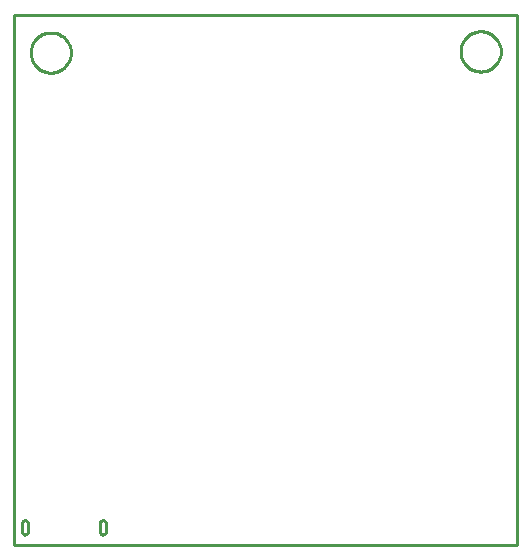
<source format=gbr>
G04 EAGLE Gerber RS-274X export*
G75*
%MOMM*%
%FSLAX34Y34*%
%LPD*%
%IN*%
%IPPOS*%
%AMOC8*
5,1,8,0,0,1.08239X$1,22.5*%
G01*
%ADD10C,0.254000*%


D10*
X0Y0D02*
X425800Y0D01*
X425800Y448800D01*
X0Y448800D01*
X0Y0D01*
X72500Y11500D02*
X72510Y11282D01*
X72538Y11066D01*
X72585Y10853D01*
X72651Y10645D01*
X72734Y10443D01*
X72835Y10250D01*
X72952Y10066D01*
X73085Y9893D01*
X73232Y9732D01*
X73393Y9585D01*
X73566Y9452D01*
X73750Y9335D01*
X73943Y9234D01*
X74145Y9151D01*
X74353Y9085D01*
X74566Y9038D01*
X74782Y9010D01*
X75000Y9000D01*
X75218Y9010D01*
X75434Y9038D01*
X75647Y9085D01*
X75855Y9151D01*
X76057Y9234D01*
X76250Y9335D01*
X76434Y9452D01*
X76607Y9585D01*
X76768Y9732D01*
X76915Y9893D01*
X77048Y10066D01*
X77165Y10250D01*
X77266Y10443D01*
X77349Y10645D01*
X77415Y10853D01*
X77462Y11066D01*
X77491Y11282D01*
X77500Y11500D01*
X77500Y18500D01*
X77491Y18718D01*
X77462Y18934D01*
X77415Y19147D01*
X77349Y19355D01*
X77266Y19557D01*
X77165Y19750D01*
X77048Y19934D01*
X76915Y20107D01*
X76768Y20268D01*
X76607Y20415D01*
X76434Y20548D01*
X76250Y20665D01*
X76057Y20766D01*
X75855Y20849D01*
X75647Y20915D01*
X75434Y20962D01*
X75218Y20991D01*
X75000Y21000D01*
X74782Y20991D01*
X74566Y20962D01*
X74353Y20915D01*
X74145Y20849D01*
X73943Y20766D01*
X73750Y20665D01*
X73566Y20548D01*
X73393Y20415D01*
X73232Y20268D01*
X73085Y20107D01*
X72952Y19934D01*
X72835Y19750D01*
X72734Y19557D01*
X72651Y19355D01*
X72585Y19147D01*
X72538Y18934D01*
X72510Y18718D01*
X72500Y18500D01*
X72500Y11500D01*
X6500Y11500D02*
X6510Y11282D01*
X6538Y11066D01*
X6585Y10853D01*
X6651Y10645D01*
X6734Y10443D01*
X6835Y10250D01*
X6952Y10066D01*
X7085Y9893D01*
X7232Y9732D01*
X7393Y9585D01*
X7566Y9452D01*
X7750Y9335D01*
X7943Y9234D01*
X8145Y9151D01*
X8353Y9085D01*
X8566Y9038D01*
X8782Y9010D01*
X9000Y9000D01*
X9218Y9010D01*
X9434Y9038D01*
X9647Y9085D01*
X9855Y9151D01*
X10057Y9234D01*
X10250Y9335D01*
X10434Y9452D01*
X10607Y9585D01*
X10768Y9732D01*
X10915Y9893D01*
X11048Y10066D01*
X11165Y10250D01*
X11266Y10443D01*
X11349Y10645D01*
X11415Y10853D01*
X11462Y11066D01*
X11491Y11282D01*
X11500Y11500D01*
X11500Y18500D01*
X11491Y18718D01*
X11462Y18934D01*
X11415Y19147D01*
X11349Y19355D01*
X11266Y19557D01*
X11165Y19750D01*
X11048Y19934D01*
X10915Y20107D01*
X10768Y20268D01*
X10607Y20415D01*
X10434Y20548D01*
X10250Y20665D01*
X10057Y20766D01*
X9855Y20849D01*
X9647Y20915D01*
X9434Y20962D01*
X9218Y20991D01*
X9000Y21000D01*
X8782Y20991D01*
X8566Y20962D01*
X8353Y20915D01*
X8145Y20849D01*
X7943Y20766D01*
X7750Y20665D01*
X7566Y20548D01*
X7393Y20415D01*
X7232Y20268D01*
X7085Y20107D01*
X6952Y19934D01*
X6835Y19750D01*
X6734Y19557D01*
X6651Y19355D01*
X6585Y19147D01*
X6538Y18934D01*
X6510Y18718D01*
X6500Y18500D01*
X6500Y11500D01*
X48000Y416443D02*
X47927Y415333D01*
X47782Y414229D01*
X47565Y413138D01*
X47277Y412063D01*
X46919Y411009D01*
X46493Y409980D01*
X46001Y408982D01*
X45444Y408018D01*
X44826Y407093D01*
X44148Y406210D01*
X43414Y405373D01*
X42627Y404586D01*
X41790Y403852D01*
X40907Y403174D01*
X39982Y402556D01*
X39018Y401999D01*
X38020Y401507D01*
X36991Y401081D01*
X35937Y400723D01*
X34862Y400435D01*
X33771Y400218D01*
X32667Y400073D01*
X31557Y400000D01*
X30443Y400000D01*
X29333Y400073D01*
X28229Y400218D01*
X27138Y400435D01*
X26063Y400723D01*
X25009Y401081D01*
X23980Y401507D01*
X22982Y401999D01*
X22018Y402556D01*
X21093Y403174D01*
X20210Y403852D01*
X19373Y404586D01*
X18586Y405373D01*
X17852Y406210D01*
X17174Y407093D01*
X16556Y408018D01*
X15999Y408982D01*
X15507Y409980D01*
X15081Y411009D01*
X14723Y412063D01*
X14435Y413138D01*
X14218Y414229D01*
X14073Y415333D01*
X14000Y416443D01*
X14000Y417557D01*
X14073Y418667D01*
X14218Y419771D01*
X14435Y420862D01*
X14723Y421937D01*
X15081Y422991D01*
X15507Y424020D01*
X15999Y425018D01*
X16556Y425982D01*
X17174Y426907D01*
X17852Y427790D01*
X18586Y428627D01*
X19373Y429414D01*
X20210Y430148D01*
X21093Y430826D01*
X22018Y431444D01*
X22982Y432001D01*
X23980Y432493D01*
X25009Y432919D01*
X26063Y433277D01*
X27138Y433565D01*
X28229Y433782D01*
X29333Y433927D01*
X30443Y434000D01*
X31557Y434000D01*
X32667Y433927D01*
X33771Y433782D01*
X34862Y433565D01*
X35937Y433277D01*
X36991Y432919D01*
X38020Y432493D01*
X39018Y432001D01*
X39982Y431444D01*
X40907Y430826D01*
X41790Y430148D01*
X42627Y429414D01*
X43414Y428627D01*
X44148Y427790D01*
X44826Y426907D01*
X45444Y425982D01*
X46001Y425018D01*
X46493Y424020D01*
X46919Y422991D01*
X47277Y421937D01*
X47565Y420862D01*
X47782Y419771D01*
X47927Y418667D01*
X48000Y417557D01*
X48000Y416443D01*
X412000Y417443D02*
X411927Y416333D01*
X411782Y415229D01*
X411565Y414138D01*
X411277Y413063D01*
X410919Y412009D01*
X410493Y410980D01*
X410001Y409982D01*
X409444Y409018D01*
X408826Y408093D01*
X408148Y407210D01*
X407414Y406373D01*
X406627Y405586D01*
X405790Y404852D01*
X404907Y404174D01*
X403982Y403556D01*
X403018Y402999D01*
X402020Y402507D01*
X400991Y402081D01*
X399937Y401723D01*
X398862Y401435D01*
X397771Y401218D01*
X396667Y401073D01*
X395557Y401000D01*
X394443Y401000D01*
X393333Y401073D01*
X392229Y401218D01*
X391138Y401435D01*
X390063Y401723D01*
X389009Y402081D01*
X387980Y402507D01*
X386982Y402999D01*
X386018Y403556D01*
X385093Y404174D01*
X384210Y404852D01*
X383373Y405586D01*
X382586Y406373D01*
X381852Y407210D01*
X381174Y408093D01*
X380556Y409018D01*
X379999Y409982D01*
X379507Y410980D01*
X379081Y412009D01*
X378723Y413063D01*
X378435Y414138D01*
X378218Y415229D01*
X378073Y416333D01*
X378000Y417443D01*
X378000Y418557D01*
X378073Y419667D01*
X378218Y420771D01*
X378435Y421862D01*
X378723Y422937D01*
X379081Y423991D01*
X379507Y425020D01*
X379999Y426018D01*
X380556Y426982D01*
X381174Y427907D01*
X381852Y428790D01*
X382586Y429627D01*
X383373Y430414D01*
X384210Y431148D01*
X385093Y431826D01*
X386018Y432444D01*
X386982Y433001D01*
X387980Y433493D01*
X389009Y433919D01*
X390063Y434277D01*
X391138Y434565D01*
X392229Y434782D01*
X393333Y434927D01*
X394443Y435000D01*
X395557Y435000D01*
X396667Y434927D01*
X397771Y434782D01*
X398862Y434565D01*
X399937Y434277D01*
X400991Y433919D01*
X402020Y433493D01*
X403018Y433001D01*
X403982Y432444D01*
X404907Y431826D01*
X405790Y431148D01*
X406627Y430414D01*
X407414Y429627D01*
X408148Y428790D01*
X408826Y427907D01*
X409444Y426982D01*
X410001Y426018D01*
X410493Y425020D01*
X410919Y423991D01*
X411277Y422937D01*
X411565Y421862D01*
X411782Y420771D01*
X411927Y419667D01*
X412000Y418557D01*
X412000Y417443D01*
M02*

</source>
